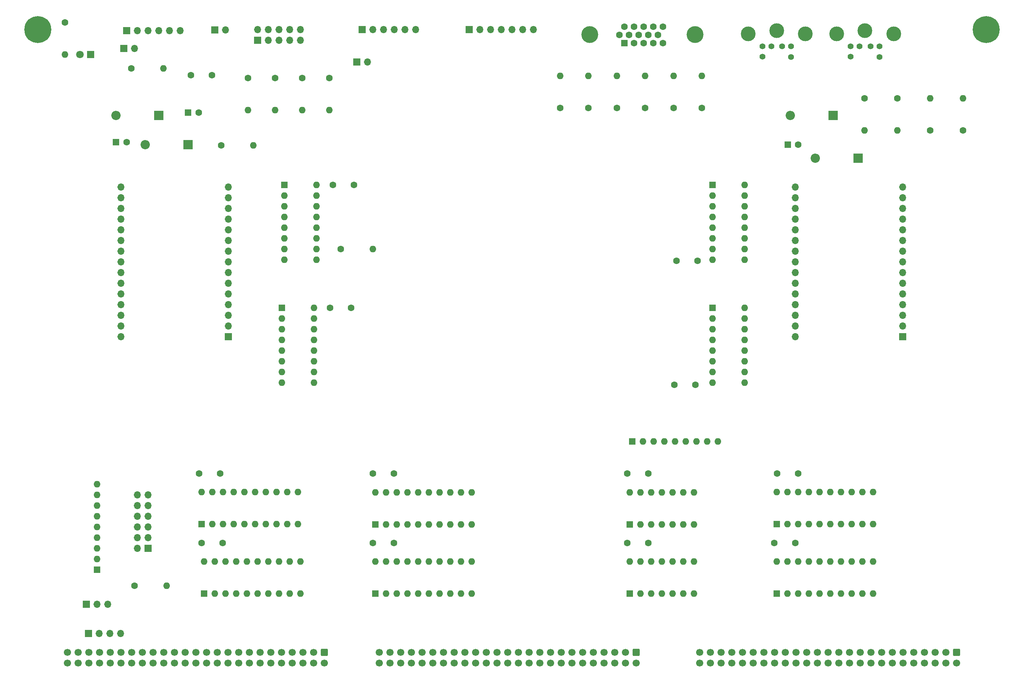
<source format=gbr>
%TF.GenerationSoftware,KiCad,Pcbnew,(6.0.11)*%
%TF.CreationDate,2023-09-05T13:44:14-05:00*%
%TF.ProjectId,input-output.DualESP32,696e7075-742d-46f7-9574-7075742e4475,V1.2*%
%TF.SameCoordinates,Original*%
%TF.FileFunction,Soldermask,Bot*%
%TF.FilePolarity,Negative*%
%FSLAX46Y46*%
G04 Gerber Fmt 4.6, Leading zero omitted, Abs format (unit mm)*
G04 Created by KiCad (PCBNEW (6.0.11)) date 2023-09-05 13:44:14*
%MOMM*%
%LPD*%
G01*
G04 APERTURE LIST*
G04 Aperture macros list*
%AMRoundRect*
0 Rectangle with rounded corners*
0 $1 Rounding radius*
0 $2 $3 $4 $5 $6 $7 $8 $9 X,Y pos of 4 corners*
0 Add a 4 corners polygon primitive as box body*
4,1,4,$2,$3,$4,$5,$6,$7,$8,$9,$2,$3,0*
0 Add four circle primitives for the rounded corners*
1,1,$1+$1,$2,$3*
1,1,$1+$1,$4,$5*
1,1,$1+$1,$6,$7*
1,1,$1+$1,$8,$9*
0 Add four rect primitives between the rounded corners*
20,1,$1+$1,$2,$3,$4,$5,0*
20,1,$1+$1,$4,$5,$6,$7,0*
20,1,$1+$1,$6,$7,$8,$9,0*
20,1,$1+$1,$8,$9,$2,$3,0*%
G04 Aperture macros list end*
%ADD10R,1.700000X1.700000*%
%ADD11O,1.700000X1.700000*%
%ADD12RoundRect,0.250000X-0.600000X0.600000X-0.600000X-0.600000X0.600000X-0.600000X0.600000X0.600000X0*%
%ADD13C,1.700000*%
%ADD14C,6.400000*%
%ADD15R,1.800000X1.800000*%
%ADD16C,1.800000*%
%ADD17C,1.600000*%
%ADD18O,1.600000X1.600000*%
%ADD19R,1.600000X1.600000*%
%ADD20R,2.200000X2.200000*%
%ADD21O,2.200000X2.200000*%
%ADD22C,1.422400*%
%ADD23C,3.497580*%
%ADD24C,4.000000*%
G04 APERTURE END LIST*
D10*
%TO.C,J12*%
X115640000Y-82680000D03*
D11*
X118180000Y-82680000D03*
%TD*%
D10*
%TO.C,J11*%
X116915000Y-74990000D03*
D11*
X119455000Y-74990000D03*
X121995000Y-74990000D03*
X124535000Y-74990000D03*
X127075000Y-74990000D03*
X129615000Y-74990000D03*
%TD*%
D10*
%TO.C,J4*%
X60400000Y-79505000D03*
D11*
X62940000Y-79505000D03*
%TD*%
D10*
%TO.C,J3*%
X61035000Y-75265000D03*
D11*
X63575000Y-75265000D03*
X66115000Y-75265000D03*
X68655000Y-75265000D03*
X71195000Y-75265000D03*
X73735000Y-75265000D03*
%TD*%
D12*
%TO.C,P1*%
X108000000Y-223000000D03*
D13*
X108000000Y-225540000D03*
X105460000Y-223000000D03*
X105460000Y-225540000D03*
X102920000Y-223000000D03*
X102920000Y-225540000D03*
X100380000Y-223000000D03*
X100380000Y-225540000D03*
X97840000Y-223000000D03*
X97840000Y-225540000D03*
X95300000Y-223000000D03*
X95300000Y-225540000D03*
X92760000Y-223000000D03*
X92760000Y-225540000D03*
X90220000Y-223000000D03*
X90220000Y-225540000D03*
X87680000Y-223000000D03*
X87680000Y-225540000D03*
X85140000Y-223000000D03*
X85140000Y-225540000D03*
X82600000Y-223000000D03*
X82600000Y-225540000D03*
X80060000Y-223000000D03*
X80060000Y-225540000D03*
X77520000Y-223000000D03*
X77520000Y-225540000D03*
X74980000Y-223000000D03*
X74980000Y-225540000D03*
X72440000Y-223000000D03*
X72440000Y-225540000D03*
X69900000Y-223000000D03*
X69900000Y-225540000D03*
X67360000Y-223000000D03*
X67360000Y-225540000D03*
X64820000Y-223000000D03*
X64820000Y-225540000D03*
X62280000Y-223000000D03*
X62280000Y-225540000D03*
X59740000Y-223000000D03*
X59740000Y-225540000D03*
X57200000Y-223000000D03*
X57200000Y-225540000D03*
X54660000Y-223000000D03*
X54660000Y-225540000D03*
X52120000Y-223000000D03*
X52120000Y-225540000D03*
X49580000Y-223000000D03*
X49580000Y-225540000D03*
X47040000Y-223000000D03*
X47040000Y-225540000D03*
%TD*%
D12*
%TO.C,P2*%
X182000000Y-223000000D03*
D13*
X182000000Y-225540000D03*
X179460000Y-223000000D03*
X179460000Y-225540000D03*
X176920000Y-223000000D03*
X176920000Y-225540000D03*
X174380000Y-223000000D03*
X174380000Y-225540000D03*
X171840000Y-223000000D03*
X171840000Y-225540000D03*
X169300000Y-223000000D03*
X169300000Y-225540000D03*
X166760000Y-223000000D03*
X166760000Y-225540000D03*
X164220000Y-223000000D03*
X164220000Y-225540000D03*
X161680000Y-223000000D03*
X161680000Y-225540000D03*
X159140000Y-223000000D03*
X159140000Y-225540000D03*
X156600000Y-223000000D03*
X156600000Y-225540000D03*
X154060000Y-223000000D03*
X154060000Y-225540000D03*
X151520000Y-223000000D03*
X151520000Y-225540000D03*
X148980000Y-223000000D03*
X148980000Y-225540000D03*
X146440000Y-223000000D03*
X146440000Y-225540000D03*
X143900000Y-223000000D03*
X143900000Y-225540000D03*
X141360000Y-223000000D03*
X141360000Y-225540000D03*
X138820000Y-223000000D03*
X138820000Y-225540000D03*
X136280000Y-223000000D03*
X136280000Y-225540000D03*
X133740000Y-223000000D03*
X133740000Y-225540000D03*
X131200000Y-223000000D03*
X131200000Y-225540000D03*
X128660000Y-223000000D03*
X128660000Y-225540000D03*
X126120000Y-223000000D03*
X126120000Y-225540000D03*
X123580000Y-223000000D03*
X123580000Y-225540000D03*
X121040000Y-223000000D03*
X121040000Y-225540000D03*
%TD*%
D14*
%TO.C,H1*%
X40000000Y-75000000D03*
%TD*%
%TO.C,H2*%
X265000000Y-75000000D03*
%TD*%
D12*
%TO.C,P3*%
X258000000Y-223000000D03*
D13*
X258000000Y-225540000D03*
X255460000Y-223000000D03*
X255460000Y-225540000D03*
X252920000Y-223000000D03*
X252920000Y-225540000D03*
X250380000Y-223000000D03*
X250380000Y-225540000D03*
X247840000Y-223000000D03*
X247840000Y-225540000D03*
X245300000Y-223000000D03*
X245300000Y-225540000D03*
X242760000Y-223000000D03*
X242760000Y-225540000D03*
X240220000Y-223000000D03*
X240220000Y-225540000D03*
X237680000Y-223000000D03*
X237680000Y-225540000D03*
X235140000Y-223000000D03*
X235140000Y-225540000D03*
X232600000Y-223000000D03*
X232600000Y-225540000D03*
X230060000Y-223000000D03*
X230060000Y-225540000D03*
X227520000Y-223000000D03*
X227520000Y-225540000D03*
X224980000Y-223000000D03*
X224980000Y-225540000D03*
X222440000Y-223000000D03*
X222440000Y-225540000D03*
X219900000Y-223000000D03*
X219900000Y-225540000D03*
X217360000Y-223000000D03*
X217360000Y-225540000D03*
X214820000Y-223000000D03*
X214820000Y-225540000D03*
X212280000Y-223000000D03*
X212280000Y-225540000D03*
X209740000Y-223000000D03*
X209740000Y-225540000D03*
X207200000Y-223000000D03*
X207200000Y-225540000D03*
X204660000Y-223000000D03*
X204660000Y-225540000D03*
X202120000Y-223000000D03*
X202120000Y-225540000D03*
X199580000Y-223000000D03*
X199580000Y-225540000D03*
X197040000Y-223000000D03*
X197040000Y-225540000D03*
%TD*%
D15*
%TO.C,D1*%
X52526000Y-80902000D03*
D16*
X49986000Y-80902000D03*
%TD*%
D17*
%TO.C,R1*%
X46430000Y-73282000D03*
D18*
X46430000Y-80902000D03*
%TD*%
D10*
%TO.C,P4*%
X52000000Y-218500000D03*
D11*
X54540000Y-218500000D03*
X57080000Y-218500000D03*
X59620000Y-218500000D03*
%TD*%
D19*
%TO.C,U9*%
X97875000Y-141115000D03*
D18*
X97875000Y-143655000D03*
X97875000Y-146195000D03*
X97875000Y-148735000D03*
X97875000Y-151275000D03*
X97875000Y-153815000D03*
X97875000Y-156355000D03*
X97875000Y-158895000D03*
X105495000Y-158895000D03*
X105495000Y-156355000D03*
X105495000Y-153815000D03*
X105495000Y-151275000D03*
X105495000Y-148735000D03*
X105495000Y-146195000D03*
X105495000Y-143655000D03*
X105495000Y-141115000D03*
%TD*%
D19*
%TO.C,RN2*%
X54050000Y-203330000D03*
D18*
X54050000Y-200790000D03*
X54050000Y-198250000D03*
X54050000Y-195710000D03*
X54050000Y-193170000D03*
X54050000Y-190630000D03*
X54050000Y-188090000D03*
X54050000Y-185550000D03*
X54050000Y-183010000D03*
%TD*%
D17*
%TO.C,R9*%
X96298700Y-86490000D03*
D18*
X96298700Y-94110000D03*
%TD*%
D17*
%TO.C,C18*%
X190996000Y-159388000D03*
X195996000Y-159388000D03*
%TD*%
%TO.C,C17*%
X191504000Y-129924000D03*
X196504000Y-129924000D03*
%TD*%
%TO.C,R10*%
X236168000Y-91316000D03*
D18*
X236168000Y-98936000D03*
%TD*%
D17*
%TO.C,R8*%
X89864000Y-86490000D03*
D18*
X89864000Y-94110000D03*
%TD*%
D17*
%TO.C,R6*%
X102733300Y-86490000D03*
D18*
X102733300Y-94110000D03*
%TD*%
D17*
%TO.C,R3*%
X259536000Y-98936000D03*
D18*
X259536000Y-91316000D03*
%TD*%
D19*
%TO.C,U13*%
X120095000Y-209035000D03*
D18*
X122635000Y-209035000D03*
X125175000Y-209035000D03*
X127715000Y-209035000D03*
X130255000Y-209035000D03*
X132795000Y-209035000D03*
X135335000Y-209035000D03*
X137875000Y-209035000D03*
X140415000Y-209035000D03*
X142955000Y-209035000D03*
X142955000Y-201415000D03*
X140415000Y-201415000D03*
X137875000Y-201415000D03*
X135335000Y-201415000D03*
X132795000Y-201415000D03*
X130255000Y-201415000D03*
X127715000Y-201415000D03*
X125175000Y-201415000D03*
X122635000Y-201415000D03*
X120095000Y-201415000D03*
%TD*%
D17*
%TO.C,C2*%
X78855000Y-196980000D03*
X83855000Y-196980000D03*
%TD*%
D10*
%TO.C,J6*%
X51525000Y-211585000D03*
D11*
X54065000Y-211585000D03*
X56605000Y-211585000D03*
%TD*%
D19*
%TO.C,C16*%
X75640000Y-94745000D03*
D17*
X78140000Y-94745000D03*
%TD*%
%TO.C,R13*%
X170636000Y-93602000D03*
D18*
X170636000Y-85982000D03*
%TD*%
D17*
%TO.C,C1*%
X78220000Y-180470000D03*
X83220000Y-180470000D03*
%TD*%
D20*
%TO.C,D5*%
X234644000Y-105540000D03*
D21*
X224484000Y-105540000D03*
%TD*%
D17*
%TO.C,R4*%
X251746700Y-98936000D03*
D18*
X251746700Y-91316000D03*
%TD*%
D19*
%TO.C,U6*%
X200110000Y-111905000D03*
D18*
X200110000Y-114445000D03*
X200110000Y-116985000D03*
X200110000Y-119525000D03*
X200110000Y-122065000D03*
X200110000Y-124605000D03*
X200110000Y-127145000D03*
X200110000Y-129685000D03*
X207730000Y-129685000D03*
X207730000Y-127145000D03*
X207730000Y-124605000D03*
X207730000Y-122065000D03*
X207730000Y-119525000D03*
X207730000Y-116985000D03*
X207730000Y-114445000D03*
X207730000Y-111905000D03*
%TD*%
D19*
%TO.C,C13*%
X58559900Y-101730000D03*
D17*
X61059900Y-101730000D03*
%TD*%
%TO.C,R18*%
X111835000Y-127130000D03*
D18*
X119455000Y-127130000D03*
%TD*%
D19*
%TO.C,C14*%
X217944900Y-102365000D03*
D17*
X220444900Y-102365000D03*
%TD*%
%TO.C,R5*%
X83514000Y-102492000D03*
D18*
X91134000Y-102492000D03*
%TD*%
D17*
%TO.C,R11*%
X243957300Y-91316000D03*
D18*
X243957300Y-98936000D03*
%TD*%
D20*
%TO.C,D4*%
X75640000Y-102365000D03*
D21*
X65480000Y-102365000D03*
%TD*%
D22*
%TO.C,J8*%
X214029360Y-78996480D03*
X216625240Y-78996480D03*
X211928780Y-78996480D03*
X218725820Y-78996480D03*
X211928780Y-81445040D03*
X218725820Y-81495840D03*
D23*
X222126880Y-75996740D03*
X215327300Y-75199180D03*
X208578520Y-75996740D03*
%TD*%
D19*
%TO.C,U7*%
X200110000Y-141115000D03*
D18*
X200110000Y-143655000D03*
X200110000Y-146195000D03*
X200110000Y-148735000D03*
X200110000Y-151275000D03*
X200110000Y-153815000D03*
X200110000Y-156355000D03*
X200110000Y-158895000D03*
X207730000Y-158895000D03*
X207730000Y-156355000D03*
X207730000Y-153815000D03*
X207730000Y-151275000D03*
X207730000Y-148735000D03*
X207730000Y-146195000D03*
X207730000Y-143655000D03*
X207730000Y-141115000D03*
%TD*%
D17*
%TO.C,C12*%
X109335000Y-141100000D03*
X114335000Y-141100000D03*
%TD*%
D10*
%TO.C,J2*%
X81990000Y-75060000D03*
D11*
X84530000Y-75060000D03*
%TD*%
D20*
%TO.C,D3*%
X228675000Y-95380000D03*
D21*
X218515000Y-95380000D03*
%TD*%
D17*
%TO.C,R2*%
X62178000Y-84204000D03*
D18*
X69798000Y-84204000D03*
%TD*%
D17*
%TO.C,R7*%
X109168000Y-86490000D03*
D18*
X109168000Y-94110000D03*
%TD*%
D17*
%TO.C,C3*%
X119495000Y-180470000D03*
X124495000Y-180470000D03*
%TD*%
D22*
%TO.C,J9*%
X234984360Y-78996480D03*
X237580240Y-78996480D03*
X232883780Y-78996480D03*
X239680820Y-78996480D03*
X232883780Y-81445040D03*
X239680820Y-81495840D03*
D23*
X243081880Y-75996740D03*
X236282300Y-75199180D03*
X229533520Y-75996740D03*
%TD*%
D19*
%TO.C,U10*%
X215345000Y-192525000D03*
D18*
X217885000Y-192525000D03*
X220425000Y-192525000D03*
X222965000Y-192525000D03*
X225505000Y-192525000D03*
X228045000Y-192525000D03*
X230585000Y-192525000D03*
X233125000Y-192525000D03*
X235665000Y-192525000D03*
X238205000Y-192525000D03*
X238205000Y-184905000D03*
X235665000Y-184905000D03*
X233125000Y-184905000D03*
X230585000Y-184905000D03*
X228045000Y-184905000D03*
X225505000Y-184905000D03*
X222965000Y-184905000D03*
X220425000Y-184905000D03*
X217885000Y-184905000D03*
X215345000Y-184905000D03*
%TD*%
D10*
%TO.C,J1*%
X92155000Y-77535000D03*
D11*
X92155000Y-74995000D03*
X94695000Y-77535000D03*
X94695000Y-74995000D03*
X97235000Y-77535000D03*
X97235000Y-74995000D03*
X99775000Y-77535000D03*
X99775000Y-74995000D03*
X102315000Y-77535000D03*
X102315000Y-74995000D03*
%TD*%
D19*
%TO.C,U14*%
X215345000Y-209035000D03*
D18*
X217885000Y-209035000D03*
X220425000Y-209035000D03*
X222965000Y-209035000D03*
X225505000Y-209035000D03*
X228045000Y-209035000D03*
X230585000Y-209035000D03*
X233125000Y-209035000D03*
X235665000Y-209035000D03*
X238205000Y-209035000D03*
X238205000Y-201415000D03*
X235665000Y-201415000D03*
X233125000Y-201415000D03*
X230585000Y-201415000D03*
X228045000Y-201415000D03*
X225505000Y-201415000D03*
X222965000Y-201415000D03*
X220425000Y-201415000D03*
X217885000Y-201415000D03*
X215345000Y-201415000D03*
%TD*%
D17*
%TO.C,R12*%
X163905000Y-93602000D03*
D18*
X163905000Y-85982000D03*
%TD*%
D17*
%TO.C,C11*%
X109970000Y-111890000D03*
X114970000Y-111890000D03*
%TD*%
D10*
%TO.C,J10*%
X142310000Y-74990000D03*
D11*
X144850000Y-74990000D03*
X147390000Y-74990000D03*
X149930000Y-74990000D03*
X152470000Y-74990000D03*
X155010000Y-74990000D03*
X157550000Y-74990000D03*
%TD*%
D19*
%TO.C,U16*%
X78820000Y-192525000D03*
D18*
X81360000Y-192525000D03*
X83900000Y-192525000D03*
X86440000Y-192525000D03*
X88980000Y-192525000D03*
X91520000Y-192525000D03*
X94060000Y-192525000D03*
X96600000Y-192525000D03*
X99140000Y-192525000D03*
X101680000Y-192525000D03*
X101680000Y-184905000D03*
X99140000Y-184905000D03*
X96600000Y-184905000D03*
X94060000Y-184905000D03*
X91520000Y-184905000D03*
X88980000Y-184905000D03*
X86440000Y-184905000D03*
X83900000Y-184905000D03*
X81360000Y-184905000D03*
X78820000Y-184905000D03*
%TD*%
D10*
%TO.C,U12*%
X245180000Y-147970000D03*
D11*
X245180000Y-145430000D03*
X245180000Y-142890000D03*
X245180000Y-140350000D03*
X245180000Y-137810000D03*
X245180000Y-135270000D03*
X245180000Y-132730000D03*
X245180000Y-130190000D03*
X245180000Y-127650000D03*
X245180000Y-125110000D03*
X245180000Y-122570000D03*
X245180000Y-120030000D03*
X245180000Y-117490000D03*
X245180000Y-114950000D03*
X245180000Y-112410000D03*
X219740000Y-112410000D03*
X219740000Y-114950000D03*
X219740000Y-117490000D03*
X219740000Y-120030000D03*
X219740000Y-122570000D03*
X219740000Y-125110000D03*
X219740000Y-127650000D03*
X219740000Y-130190000D03*
X219740000Y-132730000D03*
X219740000Y-135270000D03*
X219740000Y-137810000D03*
X219740000Y-140350000D03*
X219740000Y-142890000D03*
X219740000Y-145430000D03*
X219740000Y-147970000D03*
%TD*%
D19*
%TO.C,U17*%
X180415000Y-192550000D03*
D18*
X182955000Y-192550000D03*
X185495000Y-192550000D03*
X188035000Y-192550000D03*
X190575000Y-192550000D03*
X193115000Y-192550000D03*
X195655000Y-192550000D03*
X195655000Y-184930000D03*
X193115000Y-184930000D03*
X190575000Y-184930000D03*
X188035000Y-184930000D03*
X185495000Y-184930000D03*
X182955000Y-184930000D03*
X180415000Y-184930000D03*
%TD*%
D19*
%TO.C,U8*%
X98510000Y-111905000D03*
D18*
X98510000Y-114445000D03*
X98510000Y-116985000D03*
X98510000Y-119525000D03*
X98510000Y-122065000D03*
X98510000Y-124605000D03*
X98510000Y-127145000D03*
X98510000Y-129685000D03*
X106130000Y-129685000D03*
X106130000Y-127145000D03*
X106130000Y-124605000D03*
X106130000Y-122065000D03*
X106130000Y-119525000D03*
X106130000Y-116985000D03*
X106130000Y-114445000D03*
X106130000Y-111905000D03*
%TD*%
D17*
%TO.C,R15*%
X177367000Y-93602000D03*
D18*
X177367000Y-85982000D03*
%TD*%
D24*
%TO.C,J5*%
X195972700Y-76185000D03*
X170972700Y-76185000D03*
D19*
X179157700Y-78235000D03*
D17*
X181447700Y-78235000D03*
X183737700Y-78235000D03*
X186027700Y-78235000D03*
X188317700Y-78235000D03*
X178012700Y-76255000D03*
X180302700Y-76255000D03*
X182592700Y-76255000D03*
X184882700Y-76255000D03*
X187172700Y-76255000D03*
X179157700Y-74275000D03*
X181447700Y-74275000D03*
X183737700Y-74275000D03*
X186027700Y-74275000D03*
X188317700Y-74275000D03*
%TD*%
D19*
%TO.C,U3*%
X180415000Y-209045000D03*
D18*
X182955000Y-209045000D03*
X185495000Y-209045000D03*
X188035000Y-209045000D03*
X190575000Y-209045000D03*
X193115000Y-209045000D03*
X195655000Y-209045000D03*
X195655000Y-201425000D03*
X193115000Y-201425000D03*
X190575000Y-201425000D03*
X188035000Y-201425000D03*
X185495000Y-201425000D03*
X182955000Y-201425000D03*
X180415000Y-201425000D03*
%TD*%
D17*
%TO.C,C9*%
X215380000Y-180470000D03*
X220380000Y-180470000D03*
%TD*%
D20*
%TO.C,D2*%
X68655000Y-95380000D03*
D21*
X58495000Y-95380000D03*
%TD*%
D17*
%TO.C,R16*%
X197560000Y-93602000D03*
D18*
X197560000Y-85982000D03*
%TD*%
D17*
%TO.C,C8*%
X179820000Y-196980000D03*
X184820000Y-196980000D03*
%TD*%
%TO.C,C10*%
X214745000Y-196980000D03*
X219745000Y-196980000D03*
%TD*%
%TO.C,R19*%
X62940000Y-207140000D03*
D18*
X70560000Y-207140000D03*
%TD*%
D17*
%TO.C,C15*%
X76315000Y-85855000D03*
X81315000Y-85855000D03*
%TD*%
%TO.C,R14*%
X184098000Y-93602000D03*
D18*
X184098000Y-85982000D03*
%TD*%
D17*
%TO.C,R17*%
X190829000Y-93602000D03*
D18*
X190829000Y-85982000D03*
%TD*%
D19*
%TO.C,RN1*%
X181045000Y-172850000D03*
D18*
X183585000Y-172850000D03*
X186125000Y-172850000D03*
X188665000Y-172850000D03*
X191205000Y-172850000D03*
X193745000Y-172850000D03*
X196285000Y-172850000D03*
X198825000Y-172850000D03*
X201365000Y-172850000D03*
%TD*%
D19*
%TO.C,U18*%
X120095000Y-192550000D03*
D18*
X122635000Y-192550000D03*
X125175000Y-192550000D03*
X127715000Y-192550000D03*
X130255000Y-192550000D03*
X132795000Y-192550000D03*
X135335000Y-192550000D03*
X137875000Y-192550000D03*
X140415000Y-192550000D03*
X142955000Y-192550000D03*
X142955000Y-184930000D03*
X140415000Y-184930000D03*
X137875000Y-184930000D03*
X135335000Y-184930000D03*
X132795000Y-184930000D03*
X130255000Y-184930000D03*
X127715000Y-184930000D03*
X125175000Y-184930000D03*
X122635000Y-184930000D03*
X120095000Y-184930000D03*
%TD*%
D17*
%TO.C,C4*%
X119495000Y-196980000D03*
X124495000Y-196980000D03*
%TD*%
D10*
%TO.C,U11*%
X85160000Y-147970000D03*
D11*
X85160000Y-145430000D03*
X85160000Y-142890000D03*
X85160000Y-140350000D03*
X85160000Y-137810000D03*
X85160000Y-135270000D03*
X85160000Y-132730000D03*
X85160000Y-130190000D03*
X85160000Y-127650000D03*
X85160000Y-125110000D03*
X85160000Y-122570000D03*
X85160000Y-120030000D03*
X85160000Y-117490000D03*
X85160000Y-114950000D03*
X85160000Y-112410000D03*
X59720000Y-112410000D03*
X59720000Y-114950000D03*
X59720000Y-117490000D03*
X59720000Y-120030000D03*
X59720000Y-122570000D03*
X59720000Y-125110000D03*
X59720000Y-127650000D03*
X59720000Y-130190000D03*
X59720000Y-132730000D03*
X59720000Y-135270000D03*
X59720000Y-137810000D03*
X59720000Y-140350000D03*
X59720000Y-142890000D03*
X59720000Y-145430000D03*
X59720000Y-147970000D03*
%TD*%
D19*
%TO.C,U15*%
X79455000Y-209035000D03*
D18*
X81995000Y-209035000D03*
X84535000Y-209035000D03*
X87075000Y-209035000D03*
X89615000Y-209035000D03*
X92155000Y-209035000D03*
X94695000Y-209035000D03*
X97235000Y-209035000D03*
X99775000Y-209035000D03*
X102315000Y-209035000D03*
X102315000Y-201415000D03*
X99775000Y-201415000D03*
X97235000Y-201415000D03*
X94695000Y-201415000D03*
X92155000Y-201415000D03*
X89615000Y-201415000D03*
X87075000Y-201415000D03*
X84535000Y-201415000D03*
X81995000Y-201415000D03*
X79455000Y-201415000D03*
%TD*%
D10*
%TO.C,J7*%
X66120000Y-198250000D03*
D11*
X63580000Y-198250000D03*
X66120000Y-195710000D03*
X63580000Y-195710000D03*
X66120000Y-193170000D03*
X63580000Y-193170000D03*
X66120000Y-190630000D03*
X63580000Y-190630000D03*
X66120000Y-188090000D03*
X63580000Y-188090000D03*
X66120000Y-185550000D03*
X63580000Y-185550000D03*
%TD*%
D17*
%TO.C,C7*%
X179820000Y-180470000D03*
X184820000Y-180470000D03*
%TD*%
M02*

</source>
